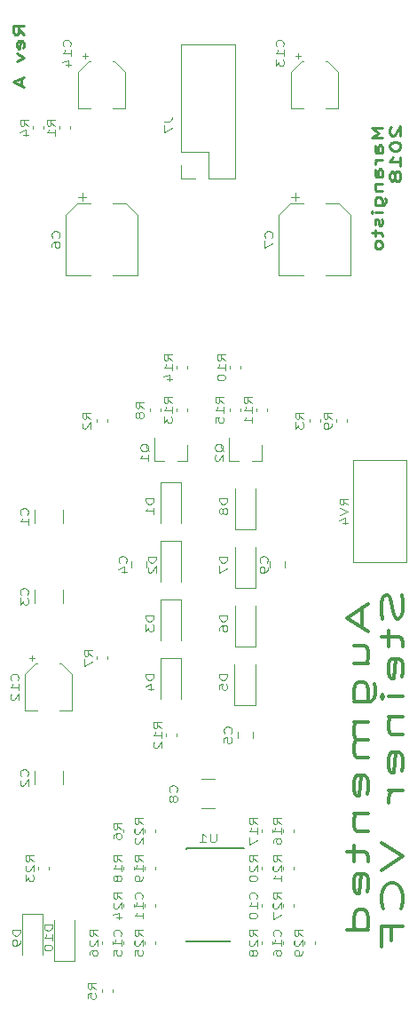
<source format=gbr>
G04 #@! TF.GenerationSoftware,KiCad,Pcbnew,(5.0.1-3-g963ef8bb5)*
G04 #@! TF.CreationDate,2018-11-04T18:34:46+08:00*
G04 #@! TF.ProjectId,SteinerVCF,537465696E65725643462E6B69636164,rev?*
G04 #@! TF.SameCoordinates,PX8d9ee20PY6422c40*
G04 #@! TF.FileFunction,Legend,Bot*
G04 #@! TF.FilePolarity,Positive*
%FSLAX46Y46*%
G04 Gerber Fmt 4.6, Leading zero omitted, Abs format (unit mm)*
G04 Created by KiCad (PCBNEW (5.0.1-3-g963ef8bb5)) date 2018 November 04, Sunday 18:34:46*
%MOMM*%
%LPD*%
G01*
G04 APERTURE LIST*
%ADD10C,0.250000*%
%ADD11C,0.300000*%
%ADD12C,0.120000*%
%ADD13C,0.150000*%
%ADD14C,0.125000*%
G04 APERTURE END LIST*
D10*
X16595380Y36564358D02*
X15595380Y36564358D01*
X16309666Y36064358D01*
X15595380Y35564358D01*
X16595380Y35564358D01*
X16595380Y34207215D02*
X16071571Y34207215D01*
X15976333Y34278643D01*
X15928714Y34421500D01*
X15928714Y34707215D01*
X15976333Y34850072D01*
X16547761Y34207215D02*
X16595380Y34350072D01*
X16595380Y34707215D01*
X16547761Y34850072D01*
X16452523Y34921500D01*
X16357285Y34921500D01*
X16262047Y34850072D01*
X16214428Y34707215D01*
X16214428Y34350072D01*
X16166809Y34207215D01*
X16595380Y33492929D02*
X15928714Y33492929D01*
X16119190Y33492929D02*
X16023952Y33421500D01*
X15976333Y33350072D01*
X15928714Y33207215D01*
X15928714Y33064358D01*
X16595380Y31921500D02*
X16071571Y31921500D01*
X15976333Y31992929D01*
X15928714Y32135786D01*
X15928714Y32421500D01*
X15976333Y32564358D01*
X16547761Y31921500D02*
X16595380Y32064358D01*
X16595380Y32421500D01*
X16547761Y32564358D01*
X16452523Y32635786D01*
X16357285Y32635786D01*
X16262047Y32564358D01*
X16214428Y32421500D01*
X16214428Y32064358D01*
X16166809Y31921500D01*
X15928714Y31207215D02*
X16595380Y31207215D01*
X16023952Y31207215D02*
X15976333Y31135786D01*
X15928714Y30992929D01*
X15928714Y30778643D01*
X15976333Y30635786D01*
X16071571Y30564358D01*
X16595380Y30564358D01*
X15928714Y29207215D02*
X16738238Y29207215D01*
X16833476Y29278643D01*
X16881095Y29350072D01*
X16928714Y29492929D01*
X16928714Y29707215D01*
X16881095Y29850072D01*
X16547761Y29207215D02*
X16595380Y29350072D01*
X16595380Y29635786D01*
X16547761Y29778643D01*
X16500142Y29850072D01*
X16404904Y29921500D01*
X16119190Y29921500D01*
X16023952Y29850072D01*
X15976333Y29778643D01*
X15928714Y29635786D01*
X15928714Y29350072D01*
X15976333Y29207215D01*
X16595380Y28492929D02*
X15928714Y28492929D01*
X15595380Y28492929D02*
X15643000Y28564358D01*
X15690619Y28492929D01*
X15643000Y28421500D01*
X15595380Y28492929D01*
X15690619Y28492929D01*
X16547761Y27850072D02*
X16595380Y27707215D01*
X16595380Y27421500D01*
X16547761Y27278643D01*
X16452523Y27207215D01*
X16404904Y27207215D01*
X16309666Y27278643D01*
X16262047Y27421500D01*
X16262047Y27635786D01*
X16214428Y27778643D01*
X16119190Y27850072D01*
X16071571Y27850072D01*
X15976333Y27778643D01*
X15928714Y27635786D01*
X15928714Y27421500D01*
X15976333Y27278643D01*
X15928714Y26778643D02*
X15928714Y26207215D01*
X15595380Y26564358D02*
X16452523Y26564358D01*
X16547761Y26492929D01*
X16595380Y26350072D01*
X16595380Y26207215D01*
X16595380Y25492929D02*
X16547761Y25635786D01*
X16500142Y25707215D01*
X16404904Y25778643D01*
X16119190Y25778643D01*
X16023952Y25707215D01*
X15976333Y25635786D01*
X15928714Y25492929D01*
X15928714Y25278643D01*
X15976333Y25135786D01*
X16023952Y25064358D01*
X16119190Y24992929D01*
X16404904Y24992929D01*
X16500142Y25064358D01*
X16547761Y25135786D01*
X16595380Y25278643D01*
X16595380Y25492929D01*
X17440619Y36635786D02*
X17393000Y36564358D01*
X17345380Y36421500D01*
X17345380Y36064358D01*
X17393000Y35921500D01*
X17440619Y35850072D01*
X17535857Y35778643D01*
X17631095Y35778643D01*
X17773952Y35850072D01*
X18345380Y36707215D01*
X18345380Y35778643D01*
X17345380Y34850072D02*
X17345380Y34707215D01*
X17393000Y34564358D01*
X17440619Y34492929D01*
X17535857Y34421500D01*
X17726333Y34350072D01*
X17964428Y34350072D01*
X18154904Y34421500D01*
X18250142Y34492929D01*
X18297761Y34564358D01*
X18345380Y34707215D01*
X18345380Y34850072D01*
X18297761Y34992929D01*
X18250142Y35064358D01*
X18154904Y35135786D01*
X17964428Y35207215D01*
X17726333Y35207215D01*
X17535857Y35135786D01*
X17440619Y35064358D01*
X17393000Y34992929D01*
X17345380Y34850072D01*
X18345380Y32921500D02*
X18345380Y33778643D01*
X18345380Y33350072D02*
X17345380Y33350072D01*
X17488238Y33492929D01*
X17583476Y33635786D01*
X17631095Y33778643D01*
X17773952Y32064358D02*
X17726333Y32207215D01*
X17678714Y32278643D01*
X17583476Y32350072D01*
X17535857Y32350072D01*
X17440619Y32278643D01*
X17393000Y32207215D01*
X17345380Y32064358D01*
X17345380Y31778643D01*
X17393000Y31635786D01*
X17440619Y31564358D01*
X17535857Y31492929D01*
X17583476Y31492929D01*
X17678714Y31564358D01*
X17726333Y31635786D01*
X17773952Y31778643D01*
X17773952Y32064358D01*
X17821571Y32207215D01*
X17869190Y32278643D01*
X17964428Y32350072D01*
X18154904Y32350072D01*
X18250142Y32278643D01*
X18297761Y32207215D01*
X18345380Y32064358D01*
X18345380Y31778643D01*
X18297761Y31635786D01*
X18250142Y31564358D01*
X18154904Y31492929D01*
X17964428Y31492929D01*
X17869190Y31564358D01*
X17821571Y31635786D01*
X17773952Y31778643D01*
X-17581620Y45398286D02*
X-18057810Y45898286D01*
X-17581620Y46255429D02*
X-18581620Y46255429D01*
X-18581620Y45684000D01*
X-18534000Y45541143D01*
X-18486381Y45469715D01*
X-18391143Y45398286D01*
X-18248286Y45398286D01*
X-18153048Y45469715D01*
X-18105429Y45541143D01*
X-18057810Y45684000D01*
X-18057810Y46255429D01*
X-17629239Y44184000D02*
X-17581620Y44326858D01*
X-17581620Y44612572D01*
X-17629239Y44755429D01*
X-17724477Y44826858D01*
X-18105429Y44826858D01*
X-18200667Y44755429D01*
X-18248286Y44612572D01*
X-18248286Y44326858D01*
X-18200667Y44184000D01*
X-18105429Y44112572D01*
X-18010191Y44112572D01*
X-17914953Y44826858D01*
X-18248286Y43612572D02*
X-17581620Y43255429D01*
X-18248286Y42898286D01*
X-17867334Y41255429D02*
X-17867334Y40541143D01*
X-17581620Y41398286D02*
X-18581620Y40898286D01*
X-17581620Y40398286D01*
D11*
X14685333Y-9209428D02*
X14685333Y-11114190D01*
X15256761Y-8828476D02*
X13256761Y-10161809D01*
X15256761Y-11495142D01*
X13923428Y-14542761D02*
X15256761Y-14542761D01*
X13923428Y-12828476D02*
X14971047Y-12828476D01*
X15161523Y-13018952D01*
X15256761Y-13399904D01*
X15256761Y-13971333D01*
X15161523Y-14352285D01*
X15066285Y-14542761D01*
X13923428Y-18161809D02*
X15542476Y-18161809D01*
X15732952Y-17971333D01*
X15828190Y-17780857D01*
X15923428Y-17399904D01*
X15923428Y-16828476D01*
X15828190Y-16447523D01*
X15161523Y-18161809D02*
X15256761Y-17780857D01*
X15256761Y-17018952D01*
X15161523Y-16638000D01*
X15066285Y-16447523D01*
X14875809Y-16257047D01*
X14304380Y-16257047D01*
X14113904Y-16447523D01*
X14018666Y-16638000D01*
X13923428Y-17018952D01*
X13923428Y-17780857D01*
X14018666Y-18161809D01*
X15256761Y-20066571D02*
X13923428Y-20066571D01*
X14113904Y-20066571D02*
X14018666Y-20257047D01*
X13923428Y-20638000D01*
X13923428Y-21209428D01*
X14018666Y-21590380D01*
X14209142Y-21780857D01*
X15256761Y-21780857D01*
X14209142Y-21780857D02*
X14018666Y-21971333D01*
X13923428Y-22352285D01*
X13923428Y-22923714D01*
X14018666Y-23304666D01*
X14209142Y-23495142D01*
X15256761Y-23495142D01*
X15161523Y-26923714D02*
X15256761Y-26542761D01*
X15256761Y-25780857D01*
X15161523Y-25399904D01*
X14971047Y-25209428D01*
X14209142Y-25209428D01*
X14018666Y-25399904D01*
X13923428Y-25780857D01*
X13923428Y-26542761D01*
X14018666Y-26923714D01*
X14209142Y-27114190D01*
X14399619Y-27114190D01*
X14590095Y-25209428D01*
X13923428Y-28828476D02*
X15256761Y-28828476D01*
X14113904Y-28828476D02*
X14018666Y-29018952D01*
X13923428Y-29399904D01*
X13923428Y-29971333D01*
X14018666Y-30352285D01*
X14209142Y-30542761D01*
X15256761Y-30542761D01*
X13923428Y-31876095D02*
X13923428Y-33399904D01*
X13256761Y-32447523D02*
X14971047Y-32447523D01*
X15161523Y-32638000D01*
X15256761Y-33018952D01*
X15256761Y-33399904D01*
X15161523Y-36257047D02*
X15256761Y-35876095D01*
X15256761Y-35114190D01*
X15161523Y-34733238D01*
X14971047Y-34542761D01*
X14209142Y-34542761D01*
X14018666Y-34733238D01*
X13923428Y-35114190D01*
X13923428Y-35876095D01*
X14018666Y-36257047D01*
X14209142Y-36447523D01*
X14399619Y-36447523D01*
X14590095Y-34542761D01*
X15256761Y-39876095D02*
X13256761Y-39876095D01*
X15161523Y-39876095D02*
X15256761Y-39495142D01*
X15256761Y-38733238D01*
X15161523Y-38352285D01*
X15066285Y-38161809D01*
X14875809Y-37971333D01*
X14304380Y-37971333D01*
X14113904Y-38161809D01*
X14018666Y-38352285D01*
X13923428Y-38733238D01*
X13923428Y-39495142D01*
X14018666Y-39876095D01*
X18461523Y-7971333D02*
X18556761Y-8542761D01*
X18556761Y-9495142D01*
X18461523Y-9876095D01*
X18366285Y-10066571D01*
X18175809Y-10257047D01*
X17985333Y-10257047D01*
X17794857Y-10066571D01*
X17699619Y-9876095D01*
X17604380Y-9495142D01*
X17509142Y-8733238D01*
X17413904Y-8352285D01*
X17318666Y-8161809D01*
X17128190Y-7971333D01*
X16937714Y-7971333D01*
X16747238Y-8161809D01*
X16652000Y-8352285D01*
X16556761Y-8733238D01*
X16556761Y-9685619D01*
X16652000Y-10257047D01*
X17223428Y-11399904D02*
X17223428Y-12923714D01*
X16556761Y-11971333D02*
X18271047Y-11971333D01*
X18461523Y-12161809D01*
X18556761Y-12542761D01*
X18556761Y-12923714D01*
X18461523Y-15780857D02*
X18556761Y-15399904D01*
X18556761Y-14638000D01*
X18461523Y-14257047D01*
X18271047Y-14066571D01*
X17509142Y-14066571D01*
X17318666Y-14257047D01*
X17223428Y-14638000D01*
X17223428Y-15399904D01*
X17318666Y-15780857D01*
X17509142Y-15971333D01*
X17699619Y-15971333D01*
X17890095Y-14066571D01*
X18556761Y-17685619D02*
X17223428Y-17685619D01*
X16556761Y-17685619D02*
X16652000Y-17495142D01*
X16747238Y-17685619D01*
X16652000Y-17876095D01*
X16556761Y-17685619D01*
X16747238Y-17685619D01*
X17223428Y-19590380D02*
X18556761Y-19590380D01*
X17413904Y-19590380D02*
X17318666Y-19780857D01*
X17223428Y-20161809D01*
X17223428Y-20733238D01*
X17318666Y-21114190D01*
X17509142Y-21304666D01*
X18556761Y-21304666D01*
X18461523Y-24733238D02*
X18556761Y-24352285D01*
X18556761Y-23590380D01*
X18461523Y-23209428D01*
X18271047Y-23018952D01*
X17509142Y-23018952D01*
X17318666Y-23209428D01*
X17223428Y-23590380D01*
X17223428Y-24352285D01*
X17318666Y-24733238D01*
X17509142Y-24923714D01*
X17699619Y-24923714D01*
X17890095Y-23018952D01*
X18556761Y-26638000D02*
X17223428Y-26638000D01*
X17604380Y-26638000D02*
X17413904Y-26828476D01*
X17318666Y-27018952D01*
X17223428Y-27399904D01*
X17223428Y-27780857D01*
X16556761Y-31590380D02*
X18556761Y-32923714D01*
X16556761Y-34257047D01*
X18366285Y-37876095D02*
X18461523Y-37685619D01*
X18556761Y-37114190D01*
X18556761Y-36733238D01*
X18461523Y-36161809D01*
X18271047Y-35780857D01*
X18080571Y-35590380D01*
X17699619Y-35399904D01*
X17413904Y-35399904D01*
X17032952Y-35590380D01*
X16842476Y-35780857D01*
X16652000Y-36161809D01*
X16556761Y-36733238D01*
X16556761Y-37114190D01*
X16652000Y-37685619D01*
X16747238Y-37876095D01*
X17509142Y-40923714D02*
X17509142Y-39590380D01*
X18556761Y-39590380D02*
X16556761Y-39590380D01*
X16556761Y-41495142D01*
D12*
G04 #@! TO.C,C12*
X-12980000Y-19024000D02*
X-14180000Y-19024000D01*
X-17500000Y-19024000D02*
X-16300000Y-19024000D01*
X-17500000Y-15568437D02*
X-17500000Y-19024000D01*
X-12980000Y-15568437D02*
X-12980000Y-19024000D01*
X-14044437Y-14504000D02*
X-14180000Y-14504000D01*
X-16435563Y-14504000D02*
X-16300000Y-14504000D01*
X-16435563Y-14504000D02*
X-17500000Y-15568437D01*
X-14044437Y-14504000D02*
X-12980000Y-15568437D01*
X-16800000Y-13764000D02*
X-16800000Y-14264000D01*
X-17050000Y-14014000D02*
X-16550000Y-14014000D01*
G04 #@! TO.C,C14*
X-11970000Y43390000D02*
X-11470000Y43390000D01*
X-11720000Y43640000D02*
X-11720000Y43140000D01*
X-8964437Y42900000D02*
X-7900000Y41835563D01*
X-11355563Y42900000D02*
X-12420000Y41835563D01*
X-11355563Y42900000D02*
X-11220000Y42900000D01*
X-8964437Y42900000D02*
X-9100000Y42900000D01*
X-7900000Y41835563D02*
X-7900000Y38380000D01*
X-12420000Y41835563D02*
X-12420000Y38380000D01*
X-12420000Y38380000D02*
X-11220000Y38380000D01*
X-7900000Y38380000D02*
X-9100000Y38380000D01*
G04 #@! TO.C,C13*
X12420000Y38380000D02*
X11220000Y38380000D01*
X7900000Y38380000D02*
X9100000Y38380000D01*
X7900000Y41835563D02*
X7900000Y38380000D01*
X12420000Y41835563D02*
X12420000Y38380000D01*
X11355563Y42900000D02*
X11220000Y42900000D01*
X8964437Y42900000D02*
X9100000Y42900000D01*
X8964437Y42900000D02*
X7900000Y41835563D01*
X11355563Y42900000D02*
X12420000Y41835563D01*
X8600000Y43640000D02*
X8600000Y43140000D01*
X8350000Y43390000D02*
X8850000Y43390000D01*
G04 #@! TO.C,C6*
X-12401250Y29951750D02*
X-11613750Y29951750D01*
X-12007500Y30345500D02*
X-12007500Y29558000D01*
X-7814437Y29318000D02*
X-6750000Y28253563D01*
X-12505563Y29318000D02*
X-13570000Y28253563D01*
X-12505563Y29318000D02*
X-11220000Y29318000D01*
X-7814437Y29318000D02*
X-9100000Y29318000D01*
X-6750000Y28253563D02*
X-6750000Y22498000D01*
X-13570000Y28253563D02*
X-13570000Y22498000D01*
X-13570000Y22498000D02*
X-11220000Y22498000D01*
X-6750000Y22498000D02*
X-9100000Y22498000D01*
G04 #@! TO.C,C7*
X13570000Y22498000D02*
X11220000Y22498000D01*
X6750000Y22498000D02*
X9100000Y22498000D01*
X6750000Y28253563D02*
X6750000Y22498000D01*
X13570000Y28253563D02*
X13570000Y22498000D01*
X12505563Y29318000D02*
X11220000Y29318000D01*
X7814437Y29318000D02*
X9100000Y29318000D01*
X7814437Y29318000D02*
X6750000Y28253563D01*
X12505563Y29318000D02*
X13570000Y28253563D01*
X8312500Y30345500D02*
X8312500Y29558000D01*
X7918750Y29951750D02*
X8706250Y29951750D01*
G04 #@! TO.C,C16*
X7110000Y-41310779D02*
X7110000Y-40985221D01*
X8130000Y-41310779D02*
X8130000Y-40985221D01*
G04 #@! TO.C,C15*
X-7110000Y-41310779D02*
X-7110000Y-40985221D01*
X-8130000Y-41310779D02*
X-8130000Y-40985221D01*
G04 #@! TO.C,C10*
X5078000Y-37754779D02*
X5078000Y-37429221D01*
X6098000Y-37754779D02*
X6098000Y-37429221D01*
G04 #@! TO.C,C11*
X-6098000Y-37429221D02*
X-6098000Y-37754779D01*
X-5078000Y-37429221D02*
X-5078000Y-37754779D01*
G04 #@! TO.C,C4*
X-5894000Y-5338578D02*
X-5894000Y-4821422D01*
X-7314000Y-5338578D02*
X-7314000Y-4821422D01*
G04 #@! TO.C,C5*
X4266000Y-21077422D02*
X4266000Y-21594578D01*
X2846000Y-21077422D02*
X2846000Y-21594578D01*
G04 #@! TO.C,C9*
X7314000Y-5338578D02*
X7314000Y-4821422D01*
X5894000Y-5338578D02*
X5894000Y-4821422D01*
G04 #@! TO.C,C2*
X-13880000Y-24797936D02*
X-13880000Y-26002064D01*
X-16600000Y-24797936D02*
X-16600000Y-26002064D01*
G04 #@! TO.C,C3*
X-13880000Y-8730064D02*
X-13880000Y-7525936D01*
X-16600000Y-8730064D02*
X-16600000Y-7525936D01*
G04 #@! TO.C,C8*
X-602064Y-25564000D02*
X602064Y-25564000D01*
X-602064Y-28284000D02*
X602064Y-28284000D01*
G04 #@! TO.C,C1*
X-16600000Y94064D02*
X-16600000Y-1110064D01*
X-13880000Y94064D02*
X-13880000Y-1110064D01*
G04 #@! TO.C,J7*
X-2600000Y44510000D02*
X2600000Y44510000D01*
X-2600000Y34290000D02*
X-2600000Y44510000D01*
X2600000Y31690000D02*
X2600000Y44510000D01*
X-2600000Y34290000D02*
X0Y34290000D01*
X0Y34290000D02*
X0Y31690000D01*
X0Y31690000D02*
X2600000Y31690000D01*
X-2600000Y33020000D02*
X-2600000Y31690000D01*
X-2600000Y31690000D02*
X-1270000Y31690000D01*
G04 #@! TO.C,D1*
X-4556000Y2758000D02*
X-4556000Y-1142000D01*
X-2556000Y2758000D02*
X-2556000Y-1142000D01*
X-4556000Y2758000D02*
X-2556000Y2758000D01*
G04 #@! TO.C,D2*
X-4556000Y-2830000D02*
X-2556000Y-2830000D01*
X-2556000Y-2830000D02*
X-2556000Y-6730000D01*
X-4556000Y-2830000D02*
X-4556000Y-6730000D01*
G04 #@! TO.C,D3*
X-4556000Y-8418000D02*
X-4556000Y-12318000D01*
X-2556000Y-8418000D02*
X-2556000Y-12318000D01*
X-4556000Y-8418000D02*
X-2556000Y-8418000D01*
G04 #@! TO.C,D4*
X-4556000Y-14006000D02*
X-2556000Y-14006000D01*
X-2556000Y-14006000D02*
X-2556000Y-17906000D01*
X-4556000Y-14006000D02*
X-4556000Y-17906000D01*
G04 #@! TO.C,D5*
X4525683Y-18506000D02*
X4525683Y-14606000D01*
X2525683Y-18506000D02*
X2525683Y-14606000D01*
X4525683Y-18506000D02*
X2525683Y-18506000D01*
G04 #@! TO.C,D6*
X4556000Y-12918000D02*
X2556000Y-12918000D01*
X2556000Y-12918000D02*
X2556000Y-9018000D01*
X4556000Y-12918000D02*
X4556000Y-9018000D01*
G04 #@! TO.C,D7*
X4556000Y-7330000D02*
X4556000Y-3430000D01*
X2556000Y-7330000D02*
X2556000Y-3430000D01*
X4556000Y-7330000D02*
X2556000Y-7330000D01*
G04 #@! TO.C,D8*
X4556000Y-1742000D02*
X2556000Y-1742000D01*
X2556000Y-1742000D02*
X2556000Y2158000D01*
X4556000Y-1742000D02*
X4556000Y2158000D01*
G04 #@! TO.C,D9*
X-17764000Y-38390000D02*
X-17764000Y-42290000D01*
X-15764000Y-38390000D02*
X-15764000Y-42290000D01*
X-17764000Y-38390000D02*
X-15764000Y-38390000D01*
G04 #@! TO.C,D10*
X-12716000Y-42890000D02*
X-14716000Y-42890000D01*
X-14716000Y-42890000D02*
X-14716000Y-38990000D01*
X-12716000Y-42890000D02*
X-12716000Y-38990000D01*
D13*
G04 #@! TO.C,U1*
X2075000Y-32126000D02*
X2075000Y-32151000D01*
X-2075000Y-32126000D02*
X-2075000Y-32241000D01*
X-2075000Y-41026000D02*
X-2075000Y-40911000D01*
X2075000Y-41026000D02*
X2075000Y-40911000D01*
X2075000Y-32126000D02*
X-2075000Y-32126000D01*
X2075000Y-41026000D02*
X-2075000Y-41026000D01*
X2075000Y-32151000D02*
X3450000Y-32151000D01*
D12*
G04 #@! TO.C,Q1*
X-1976000Y4828000D02*
X-1976000Y6288000D01*
X-5136000Y4828000D02*
X-5136000Y6988000D01*
X-5136000Y4828000D02*
X-4206000Y4828000D01*
X-1976000Y4828000D02*
X-2906000Y4828000D01*
G04 #@! TO.C,Q2*
X5136000Y4828000D02*
X4206000Y4828000D01*
X1976000Y4828000D02*
X2906000Y4828000D01*
X1976000Y4828000D02*
X1976000Y6988000D01*
X5136000Y4828000D02*
X5136000Y6288000D01*
G04 #@! TO.C,RV4*
X18913000Y-4885000D02*
X18913000Y4885000D01*
X13843000Y-4885000D02*
X13843000Y4885000D01*
X18913000Y-4885000D02*
X13843000Y-4885000D01*
X18913000Y4885000D02*
X13843000Y4885000D01*
G04 #@! TO.C,R2*
X-10670000Y8798779D02*
X-10670000Y8473221D01*
X-9650000Y8798779D02*
X-9650000Y8473221D01*
G04 #@! TO.C,R3*
X10670000Y8798779D02*
X10670000Y8473221D01*
X9650000Y8798779D02*
X9650000Y8473221D01*
G04 #@! TO.C,R4*
X-15746000Y36413221D02*
X-15746000Y36738779D01*
X-16766000Y36413221D02*
X-16766000Y36738779D01*
G04 #@! TO.C,R5*
X-9142000Y-45557221D02*
X-9142000Y-45882779D01*
X-10162000Y-45557221D02*
X-10162000Y-45882779D01*
G04 #@! TO.C,R6*
X-7110000Y-30642779D02*
X-7110000Y-30317221D01*
X-8130000Y-30642779D02*
X-8130000Y-30317221D01*
G04 #@! TO.C,R7*
X-10670000Y-14132779D02*
X-10670000Y-13807221D01*
X-9650000Y-14132779D02*
X-9650000Y-13807221D01*
G04 #@! TO.C,R8*
X-5590000Y9814779D02*
X-5590000Y9489221D01*
X-4570000Y9814779D02*
X-4570000Y9489221D01*
G04 #@! TO.C,R9*
X13210000Y8798779D02*
X13210000Y8473221D01*
X12190000Y8798779D02*
X12190000Y8473221D01*
G04 #@! TO.C,R10*
X3050000Y13553221D02*
X3050000Y13878779D01*
X2030000Y13553221D02*
X2030000Y13878779D01*
G04 #@! TO.C,R11*
X4570000Y9489221D02*
X4570000Y9814779D01*
X5590000Y9489221D02*
X5590000Y9814779D01*
G04 #@! TO.C,R12*
X-3046000Y-21498779D02*
X-3046000Y-21173221D01*
X-4066000Y-21498779D02*
X-4066000Y-21173221D01*
G04 #@! TO.C,R13*
X-3050000Y9489221D02*
X-3050000Y9814779D01*
X-2030000Y9489221D02*
X-2030000Y9814779D01*
G04 #@! TO.C,R14*
X-2030000Y13553221D02*
X-2030000Y13878779D01*
X-3050000Y13553221D02*
X-3050000Y13878779D01*
G04 #@! TO.C,R1*
X-14226000Y36413221D02*
X-14226000Y36738779D01*
X-13206000Y36413221D02*
X-13206000Y36738779D01*
G04 #@! TO.C,R16*
X7110000Y-30317221D02*
X7110000Y-30642779D01*
X8130000Y-30317221D02*
X8130000Y-30642779D01*
G04 #@! TO.C,R17*
X5078000Y-30642779D02*
X5078000Y-30317221D01*
X6098000Y-30642779D02*
X6098000Y-30317221D01*
G04 #@! TO.C,R18*
X-7110000Y-34198779D02*
X-7110000Y-33873221D01*
X-8130000Y-34198779D02*
X-8130000Y-33873221D01*
G04 #@! TO.C,R19*
X-5078000Y-33873221D02*
X-5078000Y-34198779D01*
X-6098000Y-33873221D02*
X-6098000Y-34198779D01*
G04 #@! TO.C,R20*
X6098000Y-34198779D02*
X6098000Y-33873221D01*
X5078000Y-34198779D02*
X5078000Y-33873221D01*
G04 #@! TO.C,R21*
X8130000Y-33873221D02*
X8130000Y-34198779D01*
X7110000Y-33873221D02*
X7110000Y-34198779D01*
G04 #@! TO.C,R22*
X-6098000Y-30317221D02*
X-6098000Y-30642779D01*
X-5078000Y-30317221D02*
X-5078000Y-30642779D01*
G04 #@! TO.C,R23*
X-16258000Y-34198779D02*
X-16258000Y-33873221D01*
X-15238000Y-34198779D02*
X-15238000Y-33873221D01*
G04 #@! TO.C,R24*
X-7110000Y-37754779D02*
X-7110000Y-37429221D01*
X-8130000Y-37754779D02*
X-8130000Y-37429221D01*
G04 #@! TO.C,R25*
X-5078000Y-41310779D02*
X-5078000Y-40985221D01*
X-6098000Y-41310779D02*
X-6098000Y-40985221D01*
G04 #@! TO.C,R26*
X-9142000Y-41310779D02*
X-9142000Y-40985221D01*
X-10162000Y-41310779D02*
X-10162000Y-40985221D01*
G04 #@! TO.C,R27*
X7110000Y-37754779D02*
X7110000Y-37429221D01*
X8130000Y-37754779D02*
X8130000Y-37429221D01*
G04 #@! TO.C,R28*
X6098000Y-41310779D02*
X6098000Y-40985221D01*
X5078000Y-41310779D02*
X5078000Y-40985221D01*
G04 #@! TO.C,R29*
X9142000Y-41310779D02*
X9142000Y-40985221D01*
X10162000Y-41310779D02*
X10162000Y-40985221D01*
G04 #@! TO.C,R15*
X2030000Y9814779D02*
X2030000Y9489221D01*
X3050000Y9814779D02*
X3050000Y9489221D01*
G04 #@! TO.C,C12*
D14*
X-18172143Y-16121142D02*
X-18136429Y-16073523D01*
X-18100715Y-15930666D01*
X-18100715Y-15835428D01*
X-18136429Y-15692571D01*
X-18207858Y-15597333D01*
X-18279286Y-15549714D01*
X-18422143Y-15502095D01*
X-18529286Y-15502095D01*
X-18672143Y-15549714D01*
X-18743572Y-15597333D01*
X-18815000Y-15692571D01*
X-18850715Y-15835428D01*
X-18850715Y-15930666D01*
X-18815000Y-16073523D01*
X-18779286Y-16121142D01*
X-18100715Y-17073523D02*
X-18100715Y-16502095D01*
X-18100715Y-16787809D02*
X-18850715Y-16787809D01*
X-18743572Y-16692571D01*
X-18672143Y-16597333D01*
X-18636429Y-16502095D01*
X-18779286Y-17454476D02*
X-18815000Y-17502095D01*
X-18850715Y-17597333D01*
X-18850715Y-17835428D01*
X-18815000Y-17930666D01*
X-18779286Y-17978285D01*
X-18707858Y-18025904D01*
X-18636429Y-18025904D01*
X-18529286Y-17978285D01*
X-18100715Y-17406857D01*
X-18100715Y-18025904D01*
G04 #@! TO.C,C14*
X-13194143Y44330858D02*
X-13158429Y44378477D01*
X-13122715Y44521334D01*
X-13122715Y44616572D01*
X-13158429Y44759429D01*
X-13229858Y44854667D01*
X-13301286Y44902286D01*
X-13444143Y44949905D01*
X-13551286Y44949905D01*
X-13694143Y44902286D01*
X-13765572Y44854667D01*
X-13837000Y44759429D01*
X-13872715Y44616572D01*
X-13872715Y44521334D01*
X-13837000Y44378477D01*
X-13801286Y44330858D01*
X-13122715Y43378477D02*
X-13122715Y43949905D01*
X-13122715Y43664191D02*
X-13872715Y43664191D01*
X-13765572Y43759429D01*
X-13694143Y43854667D01*
X-13658429Y43949905D01*
X-13622715Y42521334D02*
X-13122715Y42521334D01*
X-13908429Y42759429D02*
X-13372715Y42997524D01*
X-13372715Y42378477D01*
G04 #@! TO.C,C13*
X7125857Y44330858D02*
X7161571Y44378477D01*
X7197285Y44521334D01*
X7197285Y44616572D01*
X7161571Y44759429D01*
X7090142Y44854667D01*
X7018714Y44902286D01*
X6875857Y44949905D01*
X6768714Y44949905D01*
X6625857Y44902286D01*
X6554428Y44854667D01*
X6483000Y44759429D01*
X6447285Y44616572D01*
X6447285Y44521334D01*
X6483000Y44378477D01*
X6518714Y44330858D01*
X7197285Y43378477D02*
X7197285Y43949905D01*
X7197285Y43664191D02*
X6447285Y43664191D01*
X6554428Y43759429D01*
X6625857Y43854667D01*
X6661571Y43949905D01*
X6447285Y43045143D02*
X6447285Y42426096D01*
X6733000Y42759429D01*
X6733000Y42616572D01*
X6768714Y42521334D01*
X6804428Y42473715D01*
X6875857Y42426096D01*
X7054428Y42426096D01*
X7125857Y42473715D01*
X7161571Y42521334D01*
X7197285Y42616572D01*
X7197285Y42902286D01*
X7161571Y42997524D01*
X7125857Y43045143D01*
G04 #@! TO.C,C6*
X-14242143Y26074667D02*
X-14206429Y26122286D01*
X-14170715Y26265143D01*
X-14170715Y26360381D01*
X-14206429Y26503239D01*
X-14277858Y26598477D01*
X-14349286Y26646096D01*
X-14492143Y26693715D01*
X-14599286Y26693715D01*
X-14742143Y26646096D01*
X-14813572Y26598477D01*
X-14885000Y26503239D01*
X-14920715Y26360381D01*
X-14920715Y26265143D01*
X-14885000Y26122286D01*
X-14849286Y26074667D01*
X-14920715Y25217524D02*
X-14920715Y25408000D01*
X-14885000Y25503239D01*
X-14849286Y25550858D01*
X-14742143Y25646096D01*
X-14599286Y25693715D01*
X-14313572Y25693715D01*
X-14242143Y25646096D01*
X-14206429Y25598477D01*
X-14170715Y25503239D01*
X-14170715Y25312762D01*
X-14206429Y25217524D01*
X-14242143Y25169905D01*
X-14313572Y25122286D01*
X-14492143Y25122286D01*
X-14563572Y25169905D01*
X-14599286Y25217524D01*
X-14635000Y25312762D01*
X-14635000Y25503239D01*
X-14599286Y25598477D01*
X-14563572Y25646096D01*
X-14492143Y25693715D01*
G04 #@! TO.C,C7*
X6077857Y26074667D02*
X6113571Y26122286D01*
X6149285Y26265143D01*
X6149285Y26360381D01*
X6113571Y26503239D01*
X6042142Y26598477D01*
X5970714Y26646096D01*
X5827857Y26693715D01*
X5720714Y26693715D01*
X5577857Y26646096D01*
X5506428Y26598477D01*
X5435000Y26503239D01*
X5399285Y26360381D01*
X5399285Y26265143D01*
X5435000Y26122286D01*
X5470714Y26074667D01*
X5399285Y25741334D02*
X5399285Y25074667D01*
X6149285Y25503239D01*
G04 #@! TO.C,C16*
X6871857Y-40505142D02*
X6907571Y-40457523D01*
X6943285Y-40314666D01*
X6943285Y-40219428D01*
X6907571Y-40076571D01*
X6836142Y-39981333D01*
X6764714Y-39933714D01*
X6621857Y-39886095D01*
X6514714Y-39886095D01*
X6371857Y-39933714D01*
X6300428Y-39981333D01*
X6229000Y-40076571D01*
X6193285Y-40219428D01*
X6193285Y-40314666D01*
X6229000Y-40457523D01*
X6264714Y-40505142D01*
X6943285Y-41457523D02*
X6943285Y-40886095D01*
X6943285Y-41171809D02*
X6193285Y-41171809D01*
X6300428Y-41076571D01*
X6371857Y-40981333D01*
X6407571Y-40886095D01*
X6193285Y-42314666D02*
X6193285Y-42124190D01*
X6229000Y-42028952D01*
X6264714Y-41981333D01*
X6371857Y-41886095D01*
X6514714Y-41838476D01*
X6800428Y-41838476D01*
X6871857Y-41886095D01*
X6907571Y-41933714D01*
X6943285Y-42028952D01*
X6943285Y-42219428D01*
X6907571Y-42314666D01*
X6871857Y-42362285D01*
X6800428Y-42409904D01*
X6621857Y-42409904D01*
X6550428Y-42362285D01*
X6514714Y-42314666D01*
X6479000Y-42219428D01*
X6479000Y-42028952D01*
X6514714Y-41933714D01*
X6550428Y-41886095D01*
X6621857Y-41838476D01*
G04 #@! TO.C,C15*
X-8368143Y-40505142D02*
X-8332429Y-40457523D01*
X-8296715Y-40314666D01*
X-8296715Y-40219428D01*
X-8332429Y-40076571D01*
X-8403858Y-39981333D01*
X-8475286Y-39933714D01*
X-8618143Y-39886095D01*
X-8725286Y-39886095D01*
X-8868143Y-39933714D01*
X-8939572Y-39981333D01*
X-9011000Y-40076571D01*
X-9046715Y-40219428D01*
X-9046715Y-40314666D01*
X-9011000Y-40457523D01*
X-8975286Y-40505142D01*
X-8296715Y-41457523D02*
X-8296715Y-40886095D01*
X-8296715Y-41171809D02*
X-9046715Y-41171809D01*
X-8939572Y-41076571D01*
X-8868143Y-40981333D01*
X-8832429Y-40886095D01*
X-9046715Y-42362285D02*
X-9046715Y-41886095D01*
X-8689572Y-41838476D01*
X-8725286Y-41886095D01*
X-8761000Y-41981333D01*
X-8761000Y-42219428D01*
X-8725286Y-42314666D01*
X-8689572Y-42362285D01*
X-8618143Y-42409904D01*
X-8439572Y-42409904D01*
X-8368143Y-42362285D01*
X-8332429Y-42314666D01*
X-8296715Y-42219428D01*
X-8296715Y-41981333D01*
X-8332429Y-41886095D01*
X-8368143Y-41838476D01*
G04 #@! TO.C,C10*
X4585857Y-36949142D02*
X4621571Y-36901523D01*
X4657285Y-36758666D01*
X4657285Y-36663428D01*
X4621571Y-36520571D01*
X4550142Y-36425333D01*
X4478714Y-36377714D01*
X4335857Y-36330095D01*
X4228714Y-36330095D01*
X4085857Y-36377714D01*
X4014428Y-36425333D01*
X3943000Y-36520571D01*
X3907285Y-36663428D01*
X3907285Y-36758666D01*
X3943000Y-36901523D01*
X3978714Y-36949142D01*
X4657285Y-37901523D02*
X4657285Y-37330095D01*
X4657285Y-37615809D02*
X3907285Y-37615809D01*
X4014428Y-37520571D01*
X4085857Y-37425333D01*
X4121571Y-37330095D01*
X3907285Y-38520571D02*
X3907285Y-38615809D01*
X3943000Y-38711047D01*
X3978714Y-38758666D01*
X4050142Y-38806285D01*
X4193000Y-38853904D01*
X4371571Y-38853904D01*
X4514428Y-38806285D01*
X4585857Y-38758666D01*
X4621571Y-38711047D01*
X4657285Y-38615809D01*
X4657285Y-38520571D01*
X4621571Y-38425333D01*
X4585857Y-38377714D01*
X4514428Y-38330095D01*
X4371571Y-38282476D01*
X4193000Y-38282476D01*
X4050142Y-38330095D01*
X3978714Y-38377714D01*
X3943000Y-38425333D01*
X3907285Y-38520571D01*
G04 #@! TO.C,C11*
X-6336143Y-36949142D02*
X-6300429Y-36901523D01*
X-6264715Y-36758666D01*
X-6264715Y-36663428D01*
X-6300429Y-36520571D01*
X-6371858Y-36425333D01*
X-6443286Y-36377714D01*
X-6586143Y-36330095D01*
X-6693286Y-36330095D01*
X-6836143Y-36377714D01*
X-6907572Y-36425333D01*
X-6979000Y-36520571D01*
X-7014715Y-36663428D01*
X-7014715Y-36758666D01*
X-6979000Y-36901523D01*
X-6943286Y-36949142D01*
X-6264715Y-37901523D02*
X-6264715Y-37330095D01*
X-6264715Y-37615809D02*
X-7014715Y-37615809D01*
X-6907572Y-37520571D01*
X-6836143Y-37425333D01*
X-6800429Y-37330095D01*
X-6264715Y-38853904D02*
X-6264715Y-38282476D01*
X-6264715Y-38568190D02*
X-7014715Y-38568190D01*
X-6907572Y-38472952D01*
X-6836143Y-38377714D01*
X-6800429Y-38282476D01*
G04 #@! TO.C,C4*
X-7860143Y-4913333D02*
X-7824429Y-4865714D01*
X-7788715Y-4722857D01*
X-7788715Y-4627619D01*
X-7824429Y-4484761D01*
X-7895858Y-4389523D01*
X-7967286Y-4341904D01*
X-8110143Y-4294285D01*
X-8217286Y-4294285D01*
X-8360143Y-4341904D01*
X-8431572Y-4389523D01*
X-8503000Y-4484761D01*
X-8538715Y-4627619D01*
X-8538715Y-4722857D01*
X-8503000Y-4865714D01*
X-8467286Y-4913333D01*
X-8288715Y-5770476D02*
X-7788715Y-5770476D01*
X-8574429Y-5532380D02*
X-8038715Y-5294285D01*
X-8038715Y-5913333D01*
G04 #@! TO.C,C5*
X2173857Y-21169333D02*
X2209571Y-21121714D01*
X2245285Y-20978857D01*
X2245285Y-20883619D01*
X2209571Y-20740761D01*
X2138142Y-20645523D01*
X2066714Y-20597904D01*
X1923857Y-20550285D01*
X1816714Y-20550285D01*
X1673857Y-20597904D01*
X1602428Y-20645523D01*
X1531000Y-20740761D01*
X1495285Y-20883619D01*
X1495285Y-20978857D01*
X1531000Y-21121714D01*
X1566714Y-21169333D01*
X1495285Y-22074095D02*
X1495285Y-21597904D01*
X1852428Y-21550285D01*
X1816714Y-21597904D01*
X1781000Y-21693142D01*
X1781000Y-21931238D01*
X1816714Y-22026476D01*
X1852428Y-22074095D01*
X1923857Y-22121714D01*
X2102428Y-22121714D01*
X2173857Y-22074095D01*
X2209571Y-22026476D01*
X2245285Y-21931238D01*
X2245285Y-21693142D01*
X2209571Y-21597904D01*
X2173857Y-21550285D01*
G04 #@! TO.C,C9*
X5601857Y-4913333D02*
X5637571Y-4865714D01*
X5673285Y-4722857D01*
X5673285Y-4627619D01*
X5637571Y-4484761D01*
X5566142Y-4389523D01*
X5494714Y-4341904D01*
X5351857Y-4294285D01*
X5244714Y-4294285D01*
X5101857Y-4341904D01*
X5030428Y-4389523D01*
X4959000Y-4484761D01*
X4923285Y-4627619D01*
X4923285Y-4722857D01*
X4959000Y-4865714D01*
X4994714Y-4913333D01*
X5673285Y-5389523D02*
X5673285Y-5580000D01*
X5637571Y-5675238D01*
X5601857Y-5722857D01*
X5494714Y-5818095D01*
X5351857Y-5865714D01*
X5066142Y-5865714D01*
X4994714Y-5818095D01*
X4959000Y-5770476D01*
X4923285Y-5675238D01*
X4923285Y-5484761D01*
X4959000Y-5389523D01*
X4994714Y-5341904D01*
X5066142Y-5294285D01*
X5244714Y-5294285D01*
X5316142Y-5341904D01*
X5351857Y-5389523D01*
X5387571Y-5484761D01*
X5387571Y-5675238D01*
X5351857Y-5770476D01*
X5316142Y-5818095D01*
X5244714Y-5865714D01*
G04 #@! TO.C,C2*
X-17252143Y-25233333D02*
X-17216429Y-25185714D01*
X-17180715Y-25042857D01*
X-17180715Y-24947619D01*
X-17216429Y-24804761D01*
X-17287858Y-24709523D01*
X-17359286Y-24661904D01*
X-17502143Y-24614285D01*
X-17609286Y-24614285D01*
X-17752143Y-24661904D01*
X-17823572Y-24709523D01*
X-17895000Y-24804761D01*
X-17930715Y-24947619D01*
X-17930715Y-25042857D01*
X-17895000Y-25185714D01*
X-17859286Y-25233333D01*
X-17859286Y-25614285D02*
X-17895000Y-25661904D01*
X-17930715Y-25757142D01*
X-17930715Y-25995238D01*
X-17895000Y-26090476D01*
X-17859286Y-26138095D01*
X-17787858Y-26185714D01*
X-17716429Y-26185714D01*
X-17609286Y-26138095D01*
X-17180715Y-25566666D01*
X-17180715Y-26185714D01*
G04 #@! TO.C,C3*
X-17258143Y-7961333D02*
X-17222429Y-7913714D01*
X-17186715Y-7770857D01*
X-17186715Y-7675619D01*
X-17222429Y-7532761D01*
X-17293858Y-7437523D01*
X-17365286Y-7389904D01*
X-17508143Y-7342285D01*
X-17615286Y-7342285D01*
X-17758143Y-7389904D01*
X-17829572Y-7437523D01*
X-17901000Y-7532761D01*
X-17936715Y-7675619D01*
X-17936715Y-7770857D01*
X-17901000Y-7913714D01*
X-17865286Y-7961333D01*
X-17936715Y-8294666D02*
X-17936715Y-8913714D01*
X-17651000Y-8580380D01*
X-17651000Y-8723238D01*
X-17615286Y-8818476D01*
X-17579572Y-8866095D01*
X-17508143Y-8913714D01*
X-17329572Y-8913714D01*
X-17258143Y-8866095D01*
X-17222429Y-8818476D01*
X-17186715Y-8723238D01*
X-17186715Y-8437523D01*
X-17222429Y-8342285D01*
X-17258143Y-8294666D01*
G04 #@! TO.C,C8*
X-3034143Y-26757333D02*
X-2998429Y-26709714D01*
X-2962715Y-26566857D01*
X-2962715Y-26471619D01*
X-2998429Y-26328761D01*
X-3069858Y-26233523D01*
X-3141286Y-26185904D01*
X-3284143Y-26138285D01*
X-3391286Y-26138285D01*
X-3534143Y-26185904D01*
X-3605572Y-26233523D01*
X-3677000Y-26328761D01*
X-3712715Y-26471619D01*
X-3712715Y-26566857D01*
X-3677000Y-26709714D01*
X-3641286Y-26757333D01*
X-3391286Y-27328761D02*
X-3427000Y-27233523D01*
X-3462715Y-27185904D01*
X-3534143Y-27138285D01*
X-3569858Y-27138285D01*
X-3641286Y-27185904D01*
X-3677000Y-27233523D01*
X-3712715Y-27328761D01*
X-3712715Y-27519238D01*
X-3677000Y-27614476D01*
X-3641286Y-27662095D01*
X-3569858Y-27709714D01*
X-3534143Y-27709714D01*
X-3462715Y-27662095D01*
X-3427000Y-27614476D01*
X-3391286Y-27519238D01*
X-3391286Y-27328761D01*
X-3355572Y-27233523D01*
X-3319858Y-27185904D01*
X-3248429Y-27138285D01*
X-3105572Y-27138285D01*
X-3034143Y-27185904D01*
X-2998429Y-27233523D01*
X-2962715Y-27328761D01*
X-2962715Y-27519238D01*
X-2998429Y-27614476D01*
X-3034143Y-27662095D01*
X-3105572Y-27709714D01*
X-3248429Y-27709714D01*
X-3319858Y-27662095D01*
X-3355572Y-27614476D01*
X-3391286Y-27519238D01*
G04 #@! TO.C,C1*
X-17252143Y-341333D02*
X-17216429Y-293714D01*
X-17180715Y-150857D01*
X-17180715Y-55619D01*
X-17216429Y87239D01*
X-17287858Y182477D01*
X-17359286Y230096D01*
X-17502143Y277715D01*
X-17609286Y277715D01*
X-17752143Y230096D01*
X-17823572Y182477D01*
X-17895000Y87239D01*
X-17930715Y-55619D01*
X-17930715Y-150857D01*
X-17895000Y-293714D01*
X-17859286Y-341333D01*
X-17180715Y-1293714D02*
X-17180715Y-722285D01*
X-17180715Y-1008000D02*
X-17930715Y-1008000D01*
X-17823572Y-912761D01*
X-17752143Y-817523D01*
X-17716429Y-722285D01*
G04 #@! TO.C,J7*
X-4220715Y37163334D02*
X-3685000Y37163334D01*
X-3577858Y37210953D01*
X-3506429Y37306191D01*
X-3470715Y37449048D01*
X-3470715Y37544286D01*
X-4220715Y36782381D02*
X-4220715Y36115715D01*
X-3470715Y36544286D01*
G04 #@! TO.C,D1*
X-5216715Y1246096D02*
X-5966715Y1246096D01*
X-5966715Y1008000D01*
X-5931000Y865143D01*
X-5859572Y769905D01*
X-5788143Y722286D01*
X-5645286Y674667D01*
X-5538143Y674667D01*
X-5395286Y722286D01*
X-5323858Y769905D01*
X-5252429Y865143D01*
X-5216715Y1008000D01*
X-5216715Y1246096D01*
X-5216715Y-277714D02*
X-5216715Y293715D01*
X-5216715Y8000D02*
X-5966715Y8000D01*
X-5859572Y103239D01*
X-5788143Y198477D01*
X-5752429Y293715D01*
G04 #@! TO.C,D2*
X-4994715Y-4341904D02*
X-5744715Y-4341904D01*
X-5744715Y-4580000D01*
X-5709000Y-4722857D01*
X-5637572Y-4818095D01*
X-5566143Y-4865714D01*
X-5423286Y-4913333D01*
X-5316143Y-4913333D01*
X-5173286Y-4865714D01*
X-5101858Y-4818095D01*
X-5030429Y-4722857D01*
X-4994715Y-4580000D01*
X-4994715Y-4341904D01*
X-5673286Y-5294285D02*
X-5709000Y-5341904D01*
X-5744715Y-5437142D01*
X-5744715Y-5675238D01*
X-5709000Y-5770476D01*
X-5673286Y-5818095D01*
X-5601858Y-5865714D01*
X-5530429Y-5865714D01*
X-5423286Y-5818095D01*
X-4994715Y-5246666D01*
X-4994715Y-5865714D01*
G04 #@! TO.C,D3*
X-5216715Y-9929904D02*
X-5966715Y-9929904D01*
X-5966715Y-10168000D01*
X-5931000Y-10310857D01*
X-5859572Y-10406095D01*
X-5788143Y-10453714D01*
X-5645286Y-10501333D01*
X-5538143Y-10501333D01*
X-5395286Y-10453714D01*
X-5323858Y-10406095D01*
X-5252429Y-10310857D01*
X-5216715Y-10168000D01*
X-5216715Y-9929904D01*
X-5966715Y-10834666D02*
X-5966715Y-11453714D01*
X-5681000Y-11120380D01*
X-5681000Y-11263238D01*
X-5645286Y-11358476D01*
X-5609572Y-11406095D01*
X-5538143Y-11453714D01*
X-5359572Y-11453714D01*
X-5288143Y-11406095D01*
X-5252429Y-11358476D01*
X-5216715Y-11263238D01*
X-5216715Y-10977523D01*
X-5252429Y-10882285D01*
X-5288143Y-10834666D01*
G04 #@! TO.C,D4*
X-5216715Y-15517904D02*
X-5966715Y-15517904D01*
X-5966715Y-15756000D01*
X-5931000Y-15898857D01*
X-5859572Y-15994095D01*
X-5788143Y-16041714D01*
X-5645286Y-16089333D01*
X-5538143Y-16089333D01*
X-5395286Y-16041714D01*
X-5323858Y-15994095D01*
X-5252429Y-15898857D01*
X-5216715Y-15756000D01*
X-5216715Y-15517904D01*
X-5716715Y-16946476D02*
X-5216715Y-16946476D01*
X-6002429Y-16708380D02*
X-5466715Y-16470285D01*
X-5466715Y-17089333D01*
G04 #@! TO.C,D5*
X1800968Y-15517904D02*
X1050968Y-15517904D01*
X1050968Y-15756000D01*
X1086683Y-15898857D01*
X1158111Y-15994095D01*
X1229540Y-16041714D01*
X1372397Y-16089333D01*
X1479540Y-16089333D01*
X1622397Y-16041714D01*
X1693825Y-15994095D01*
X1765254Y-15898857D01*
X1800968Y-15756000D01*
X1800968Y-15517904D01*
X1050968Y-16994095D02*
X1050968Y-16517904D01*
X1408111Y-16470285D01*
X1372397Y-16517904D01*
X1336683Y-16613142D01*
X1336683Y-16851238D01*
X1372397Y-16946476D01*
X1408111Y-16994095D01*
X1479540Y-17041714D01*
X1658111Y-17041714D01*
X1729540Y-16994095D01*
X1765254Y-16946476D01*
X1800968Y-16851238D01*
X1800968Y-16613142D01*
X1765254Y-16517904D01*
X1729540Y-16470285D01*
G04 #@! TO.C,D6*
X1831285Y-9929904D02*
X1081285Y-9929904D01*
X1081285Y-10168000D01*
X1117000Y-10310857D01*
X1188428Y-10406095D01*
X1259857Y-10453714D01*
X1402714Y-10501333D01*
X1509857Y-10501333D01*
X1652714Y-10453714D01*
X1724142Y-10406095D01*
X1795571Y-10310857D01*
X1831285Y-10168000D01*
X1831285Y-9929904D01*
X1081285Y-11358476D02*
X1081285Y-11168000D01*
X1117000Y-11072761D01*
X1152714Y-11025142D01*
X1259857Y-10929904D01*
X1402714Y-10882285D01*
X1688428Y-10882285D01*
X1759857Y-10929904D01*
X1795571Y-10977523D01*
X1831285Y-11072761D01*
X1831285Y-11263238D01*
X1795571Y-11358476D01*
X1759857Y-11406095D01*
X1688428Y-11453714D01*
X1509857Y-11453714D01*
X1438428Y-11406095D01*
X1402714Y-11358476D01*
X1367000Y-11263238D01*
X1367000Y-11072761D01*
X1402714Y-10977523D01*
X1438428Y-10929904D01*
X1509857Y-10882285D01*
G04 #@! TO.C,D7*
X1831285Y-4341904D02*
X1081285Y-4341904D01*
X1081285Y-4580000D01*
X1117000Y-4722857D01*
X1188428Y-4818095D01*
X1259857Y-4865714D01*
X1402714Y-4913333D01*
X1509857Y-4913333D01*
X1652714Y-4865714D01*
X1724142Y-4818095D01*
X1795571Y-4722857D01*
X1831285Y-4580000D01*
X1831285Y-4341904D01*
X1081285Y-5246666D02*
X1081285Y-5913333D01*
X1831285Y-5484761D01*
G04 #@! TO.C,D8*
X1831285Y1246096D02*
X1081285Y1246096D01*
X1081285Y1008000D01*
X1117000Y865143D01*
X1188428Y769905D01*
X1259857Y722286D01*
X1402714Y674667D01*
X1509857Y674667D01*
X1652714Y722286D01*
X1724142Y769905D01*
X1795571Y865143D01*
X1831285Y1008000D01*
X1831285Y1246096D01*
X1402714Y103239D02*
X1367000Y198477D01*
X1331285Y246096D01*
X1259857Y293715D01*
X1224142Y293715D01*
X1152714Y246096D01*
X1117000Y198477D01*
X1081285Y103239D01*
X1081285Y-87238D01*
X1117000Y-182476D01*
X1152714Y-230095D01*
X1224142Y-277714D01*
X1259857Y-277714D01*
X1331285Y-230095D01*
X1367000Y-182476D01*
X1402714Y-87238D01*
X1402714Y103239D01*
X1438428Y198477D01*
X1474142Y246096D01*
X1545571Y293715D01*
X1688428Y293715D01*
X1759857Y246096D01*
X1795571Y198477D01*
X1831285Y103239D01*
X1831285Y-87238D01*
X1795571Y-182476D01*
X1759857Y-230095D01*
X1688428Y-277714D01*
X1545571Y-277714D01*
X1474142Y-230095D01*
X1438428Y-182476D01*
X1402714Y-87238D01*
G04 #@! TO.C,D9*
X-17948715Y-39901904D02*
X-18698715Y-39901904D01*
X-18698715Y-40140000D01*
X-18663000Y-40282857D01*
X-18591572Y-40378095D01*
X-18520143Y-40425714D01*
X-18377286Y-40473333D01*
X-18270143Y-40473333D01*
X-18127286Y-40425714D01*
X-18055858Y-40378095D01*
X-17984429Y-40282857D01*
X-17948715Y-40140000D01*
X-17948715Y-39901904D01*
X-17948715Y-40949523D02*
X-17948715Y-41140000D01*
X-17984429Y-41235238D01*
X-18020143Y-41282857D01*
X-18127286Y-41378095D01*
X-18270143Y-41425714D01*
X-18555858Y-41425714D01*
X-18627286Y-41378095D01*
X-18663000Y-41330476D01*
X-18698715Y-41235238D01*
X-18698715Y-41044761D01*
X-18663000Y-40949523D01*
X-18627286Y-40901904D01*
X-18555858Y-40854285D01*
X-18377286Y-40854285D01*
X-18305858Y-40901904D01*
X-18270143Y-40949523D01*
X-18234429Y-41044761D01*
X-18234429Y-41235238D01*
X-18270143Y-41330476D01*
X-18305858Y-41378095D01*
X-18377286Y-41425714D01*
G04 #@! TO.C,D10*
X-14900715Y-39425714D02*
X-15650715Y-39425714D01*
X-15650715Y-39663809D01*
X-15615000Y-39806666D01*
X-15543572Y-39901904D01*
X-15472143Y-39949523D01*
X-15329286Y-39997142D01*
X-15222143Y-39997142D01*
X-15079286Y-39949523D01*
X-15007858Y-39901904D01*
X-14936429Y-39806666D01*
X-14900715Y-39663809D01*
X-14900715Y-39425714D01*
X-14900715Y-40949523D02*
X-14900715Y-40378095D01*
X-14900715Y-40663809D02*
X-15650715Y-40663809D01*
X-15543572Y-40568571D01*
X-15472143Y-40473333D01*
X-15436429Y-40378095D01*
X-15650715Y-41568571D02*
X-15650715Y-41663809D01*
X-15615000Y-41759047D01*
X-15579286Y-41806666D01*
X-15507858Y-41854285D01*
X-15365000Y-41901904D01*
X-15186429Y-41901904D01*
X-15043572Y-41854285D01*
X-14972143Y-41806666D01*
X-14936429Y-41759047D01*
X-14900715Y-41663809D01*
X-14900715Y-41568571D01*
X-14936429Y-41473333D01*
X-14972143Y-41425714D01*
X-15043572Y-41378095D01*
X-15186429Y-41330476D01*
X-15365000Y-41330476D01*
X-15507858Y-41378095D01*
X-15579286Y-41425714D01*
X-15615000Y-41473333D01*
X-15650715Y-41568571D01*
G04 #@! TO.C,U1*
X761904Y-30790285D02*
X761904Y-31397428D01*
X714285Y-31468857D01*
X666666Y-31504571D01*
X571428Y-31540285D01*
X380952Y-31540285D01*
X285714Y-31504571D01*
X238095Y-31468857D01*
X190476Y-31397428D01*
X190476Y-30790285D01*
X-809524Y-31540285D02*
X-238096Y-31540285D01*
X-523810Y-31540285D02*
X-523810Y-30790285D01*
X-428572Y-30897428D01*
X-333334Y-30968857D01*
X-238096Y-31004571D01*
G04 #@! TO.C,Q1*
X-5645286Y5683239D02*
X-5681000Y5778477D01*
X-5752429Y5873715D01*
X-5859572Y6016572D01*
X-5895286Y6111810D01*
X-5895286Y6207048D01*
X-5716715Y6159429D02*
X-5752429Y6254667D01*
X-5823858Y6349905D01*
X-5966715Y6397524D01*
X-6216715Y6397524D01*
X-6359572Y6349905D01*
X-6431000Y6254667D01*
X-6466715Y6159429D01*
X-6466715Y5968953D01*
X-6431000Y5873715D01*
X-6359572Y5778477D01*
X-6216715Y5730858D01*
X-5966715Y5730858D01*
X-5823858Y5778477D01*
X-5752429Y5873715D01*
X-5716715Y5968953D01*
X-5716715Y6159429D01*
X-5716715Y4778477D02*
X-5716715Y5349905D01*
X-5716715Y5064191D02*
X-6466715Y5064191D01*
X-6359572Y5159429D01*
X-6288143Y5254667D01*
X-6252429Y5349905D01*
G04 #@! TO.C,Q2*
X1466714Y5683239D02*
X1431000Y5778477D01*
X1359571Y5873715D01*
X1252428Y6016572D01*
X1216714Y6111810D01*
X1216714Y6207048D01*
X1395285Y6159429D02*
X1359571Y6254667D01*
X1288142Y6349905D01*
X1145285Y6397524D01*
X895285Y6397524D01*
X752428Y6349905D01*
X681000Y6254667D01*
X645285Y6159429D01*
X645285Y5968953D01*
X681000Y5873715D01*
X752428Y5778477D01*
X895285Y5730858D01*
X1145285Y5730858D01*
X1288142Y5778477D01*
X1359571Y5873715D01*
X1395285Y5968953D01*
X1395285Y6159429D01*
X716714Y5349905D02*
X681000Y5302286D01*
X645285Y5207048D01*
X645285Y4968953D01*
X681000Y4873715D01*
X716714Y4826096D01*
X788142Y4778477D01*
X859571Y4778477D01*
X966714Y4826096D01*
X1395285Y5397524D01*
X1395285Y4778477D01*
G04 #@! TO.C,RV4*
X13293285Y595239D02*
X12936142Y928572D01*
X13293285Y1166667D02*
X12543285Y1166667D01*
X12543285Y785715D01*
X12579000Y690477D01*
X12614714Y642858D01*
X12686142Y595239D01*
X12793285Y595239D01*
X12864714Y642858D01*
X12900428Y690477D01*
X12936142Y785715D01*
X12936142Y1166667D01*
X12543285Y309524D02*
X13293285Y-23809D01*
X12543285Y-357142D01*
X12793285Y-1119047D02*
X13293285Y-1119047D01*
X12507571Y-880952D02*
X13043285Y-642857D01*
X13043285Y-1261904D01*
G04 #@! TO.C,R2*
X-11250715Y8802667D02*
X-11607858Y9136000D01*
X-11250715Y9374096D02*
X-12000715Y9374096D01*
X-12000715Y8993143D01*
X-11965000Y8897905D01*
X-11929286Y8850286D01*
X-11857858Y8802667D01*
X-11750715Y8802667D01*
X-11679286Y8850286D01*
X-11643572Y8897905D01*
X-11607858Y8993143D01*
X-11607858Y9374096D01*
X-11929286Y8421715D02*
X-11965000Y8374096D01*
X-12000715Y8278858D01*
X-12000715Y8040762D01*
X-11965000Y7945524D01*
X-11929286Y7897905D01*
X-11857858Y7850286D01*
X-11786429Y7850286D01*
X-11679286Y7897905D01*
X-11250715Y8469334D01*
X-11250715Y7850286D01*
G04 #@! TO.C,R3*
X9069285Y8802667D02*
X8712142Y9136000D01*
X9069285Y9374096D02*
X8319285Y9374096D01*
X8319285Y8993143D01*
X8355000Y8897905D01*
X8390714Y8850286D01*
X8462142Y8802667D01*
X8569285Y8802667D01*
X8640714Y8850286D01*
X8676428Y8897905D01*
X8712142Y8993143D01*
X8712142Y9374096D01*
X8319285Y8469334D02*
X8319285Y7850286D01*
X8605000Y8183620D01*
X8605000Y8040762D01*
X8640714Y7945524D01*
X8676428Y7897905D01*
X8747857Y7850286D01*
X8926428Y7850286D01*
X8997857Y7897905D01*
X9033571Y7945524D01*
X9069285Y8040762D01*
X9069285Y8326477D01*
X9033571Y8421715D01*
X8997857Y8469334D01*
G04 #@! TO.C,R4*
X-17186715Y36742667D02*
X-17543858Y37076000D01*
X-17186715Y37314096D02*
X-17936715Y37314096D01*
X-17936715Y36933143D01*
X-17901000Y36837905D01*
X-17865286Y36790286D01*
X-17793858Y36742667D01*
X-17686715Y36742667D01*
X-17615286Y36790286D01*
X-17579572Y36837905D01*
X-17543858Y36933143D01*
X-17543858Y37314096D01*
X-17686715Y35885524D02*
X-17186715Y35885524D01*
X-17972429Y36123620D02*
X-17436715Y36361715D01*
X-17436715Y35742667D01*
G04 #@! TO.C,R5*
X-10742715Y-45553333D02*
X-11099858Y-45220000D01*
X-10742715Y-44981904D02*
X-11492715Y-44981904D01*
X-11492715Y-45362857D01*
X-11457000Y-45458095D01*
X-11421286Y-45505714D01*
X-11349858Y-45553333D01*
X-11242715Y-45553333D01*
X-11171286Y-45505714D01*
X-11135572Y-45458095D01*
X-11099858Y-45362857D01*
X-11099858Y-44981904D01*
X-11492715Y-46458095D02*
X-11492715Y-45981904D01*
X-11135572Y-45934285D01*
X-11171286Y-45981904D01*
X-11207000Y-46077142D01*
X-11207000Y-46315238D01*
X-11171286Y-46410476D01*
X-11135572Y-46458095D01*
X-11064143Y-46505714D01*
X-10885572Y-46505714D01*
X-10814143Y-46458095D01*
X-10778429Y-46410476D01*
X-10742715Y-46315238D01*
X-10742715Y-46077142D01*
X-10778429Y-45981904D01*
X-10814143Y-45934285D01*
G04 #@! TO.C,R6*
X-8296715Y-30313333D02*
X-8653858Y-29980000D01*
X-8296715Y-29741904D02*
X-9046715Y-29741904D01*
X-9046715Y-30122857D01*
X-9011000Y-30218095D01*
X-8975286Y-30265714D01*
X-8903858Y-30313333D01*
X-8796715Y-30313333D01*
X-8725286Y-30265714D01*
X-8689572Y-30218095D01*
X-8653858Y-30122857D01*
X-8653858Y-29741904D01*
X-9046715Y-31170476D02*
X-9046715Y-30980000D01*
X-9011000Y-30884761D01*
X-8975286Y-30837142D01*
X-8868143Y-30741904D01*
X-8725286Y-30694285D01*
X-8439572Y-30694285D01*
X-8368143Y-30741904D01*
X-8332429Y-30789523D01*
X-8296715Y-30884761D01*
X-8296715Y-31075238D01*
X-8332429Y-31170476D01*
X-8368143Y-31218095D01*
X-8439572Y-31265714D01*
X-8618143Y-31265714D01*
X-8689572Y-31218095D01*
X-8725286Y-31170476D01*
X-8761000Y-31075238D01*
X-8761000Y-30884761D01*
X-8725286Y-30789523D01*
X-8689572Y-30741904D01*
X-8618143Y-30694285D01*
G04 #@! TO.C,R7*
X-11090715Y-13803333D02*
X-11447858Y-13470000D01*
X-11090715Y-13231904D02*
X-11840715Y-13231904D01*
X-11840715Y-13612857D01*
X-11805000Y-13708095D01*
X-11769286Y-13755714D01*
X-11697858Y-13803333D01*
X-11590715Y-13803333D01*
X-11519286Y-13755714D01*
X-11483572Y-13708095D01*
X-11447858Y-13612857D01*
X-11447858Y-13231904D01*
X-11840715Y-14136666D02*
X-11840715Y-14803333D01*
X-11090715Y-14374761D01*
G04 #@! TO.C,R8*
X-6170715Y9818667D02*
X-6527858Y10152000D01*
X-6170715Y10390096D02*
X-6920715Y10390096D01*
X-6920715Y10009143D01*
X-6885000Y9913905D01*
X-6849286Y9866286D01*
X-6777858Y9818667D01*
X-6670715Y9818667D01*
X-6599286Y9866286D01*
X-6563572Y9913905D01*
X-6527858Y10009143D01*
X-6527858Y10390096D01*
X-6599286Y9247239D02*
X-6635000Y9342477D01*
X-6670715Y9390096D01*
X-6742143Y9437715D01*
X-6777858Y9437715D01*
X-6849286Y9390096D01*
X-6885000Y9342477D01*
X-6920715Y9247239D01*
X-6920715Y9056762D01*
X-6885000Y8961524D01*
X-6849286Y8913905D01*
X-6777858Y8866286D01*
X-6742143Y8866286D01*
X-6670715Y8913905D01*
X-6635000Y8961524D01*
X-6599286Y9056762D01*
X-6599286Y9247239D01*
X-6563572Y9342477D01*
X-6527858Y9390096D01*
X-6456429Y9437715D01*
X-6313572Y9437715D01*
X-6242143Y9390096D01*
X-6206429Y9342477D01*
X-6170715Y9247239D01*
X-6170715Y9056762D01*
X-6206429Y8961524D01*
X-6242143Y8913905D01*
X-6313572Y8866286D01*
X-6456429Y8866286D01*
X-6527858Y8913905D01*
X-6563572Y8961524D01*
X-6599286Y9056762D01*
G04 #@! TO.C,R9*
X11769285Y8802667D02*
X11412142Y9136000D01*
X11769285Y9374096D02*
X11019285Y9374096D01*
X11019285Y8993143D01*
X11055000Y8897905D01*
X11090714Y8850286D01*
X11162142Y8802667D01*
X11269285Y8802667D01*
X11340714Y8850286D01*
X11376428Y8897905D01*
X11412142Y8993143D01*
X11412142Y9374096D01*
X11769285Y8326477D02*
X11769285Y8136000D01*
X11733571Y8040762D01*
X11697857Y7993143D01*
X11590714Y7897905D01*
X11447857Y7850286D01*
X11162142Y7850286D01*
X11090714Y7897905D01*
X11055000Y7945524D01*
X11019285Y8040762D01*
X11019285Y8231239D01*
X11055000Y8326477D01*
X11090714Y8374096D01*
X11162142Y8421715D01*
X11340714Y8421715D01*
X11412142Y8374096D01*
X11447857Y8326477D01*
X11483571Y8231239D01*
X11483571Y8040762D01*
X11447857Y7945524D01*
X11412142Y7897905D01*
X11340714Y7850286D01*
G04 #@! TO.C,R10*
X1609285Y14358858D02*
X1252142Y14692191D01*
X1609285Y14930286D02*
X859285Y14930286D01*
X859285Y14549334D01*
X895000Y14454096D01*
X930714Y14406477D01*
X1002142Y14358858D01*
X1109285Y14358858D01*
X1180714Y14406477D01*
X1216428Y14454096D01*
X1252142Y14549334D01*
X1252142Y14930286D01*
X1609285Y13406477D02*
X1609285Y13977905D01*
X1609285Y13692191D02*
X859285Y13692191D01*
X966428Y13787429D01*
X1037857Y13882667D01*
X1073571Y13977905D01*
X859285Y12787429D02*
X859285Y12692191D01*
X895000Y12596953D01*
X930714Y12549334D01*
X1002142Y12501715D01*
X1145000Y12454096D01*
X1323571Y12454096D01*
X1466428Y12501715D01*
X1537857Y12549334D01*
X1573571Y12596953D01*
X1609285Y12692191D01*
X1609285Y12787429D01*
X1573571Y12882667D01*
X1537857Y12930286D01*
X1466428Y12977905D01*
X1323571Y13025524D01*
X1145000Y13025524D01*
X1002142Y12977905D01*
X930714Y12930286D01*
X895000Y12882667D01*
X859285Y12787429D01*
G04 #@! TO.C,R11*
X4149285Y10294858D02*
X3792142Y10628191D01*
X4149285Y10866286D02*
X3399285Y10866286D01*
X3399285Y10485334D01*
X3435000Y10390096D01*
X3470714Y10342477D01*
X3542142Y10294858D01*
X3649285Y10294858D01*
X3720714Y10342477D01*
X3756428Y10390096D01*
X3792142Y10485334D01*
X3792142Y10866286D01*
X4149285Y9342477D02*
X4149285Y9913905D01*
X4149285Y9628191D02*
X3399285Y9628191D01*
X3506428Y9723429D01*
X3577857Y9818667D01*
X3613571Y9913905D01*
X4149285Y8390096D02*
X4149285Y8961524D01*
X4149285Y8675810D02*
X3399285Y8675810D01*
X3506428Y8771048D01*
X3577857Y8866286D01*
X3613571Y8961524D01*
G04 #@! TO.C,R12*
X-4486715Y-20693142D02*
X-4843858Y-20359809D01*
X-4486715Y-20121714D02*
X-5236715Y-20121714D01*
X-5236715Y-20502666D01*
X-5201000Y-20597904D01*
X-5165286Y-20645523D01*
X-5093858Y-20693142D01*
X-4986715Y-20693142D01*
X-4915286Y-20645523D01*
X-4879572Y-20597904D01*
X-4843858Y-20502666D01*
X-4843858Y-20121714D01*
X-4486715Y-21645523D02*
X-4486715Y-21074095D01*
X-4486715Y-21359809D02*
X-5236715Y-21359809D01*
X-5129572Y-21264571D01*
X-5058143Y-21169333D01*
X-5022429Y-21074095D01*
X-5165286Y-22026476D02*
X-5201000Y-22074095D01*
X-5236715Y-22169333D01*
X-5236715Y-22407428D01*
X-5201000Y-22502666D01*
X-5165286Y-22550285D01*
X-5093858Y-22597904D01*
X-5022429Y-22597904D01*
X-4915286Y-22550285D01*
X-4486715Y-21978857D01*
X-4486715Y-22597904D01*
G04 #@! TO.C,R13*
X-3470715Y10294858D02*
X-3827858Y10628191D01*
X-3470715Y10866286D02*
X-4220715Y10866286D01*
X-4220715Y10485334D01*
X-4185000Y10390096D01*
X-4149286Y10342477D01*
X-4077858Y10294858D01*
X-3970715Y10294858D01*
X-3899286Y10342477D01*
X-3863572Y10390096D01*
X-3827858Y10485334D01*
X-3827858Y10866286D01*
X-3470715Y9342477D02*
X-3470715Y9913905D01*
X-3470715Y9628191D02*
X-4220715Y9628191D01*
X-4113572Y9723429D01*
X-4042143Y9818667D01*
X-4006429Y9913905D01*
X-4220715Y9009143D02*
X-4220715Y8390096D01*
X-3935000Y8723429D01*
X-3935000Y8580572D01*
X-3899286Y8485334D01*
X-3863572Y8437715D01*
X-3792143Y8390096D01*
X-3613572Y8390096D01*
X-3542143Y8437715D01*
X-3506429Y8485334D01*
X-3470715Y8580572D01*
X-3470715Y8866286D01*
X-3506429Y8961524D01*
X-3542143Y9009143D01*
G04 #@! TO.C,R14*
X-3470715Y14358858D02*
X-3827858Y14692191D01*
X-3470715Y14930286D02*
X-4220715Y14930286D01*
X-4220715Y14549334D01*
X-4185000Y14454096D01*
X-4149286Y14406477D01*
X-4077858Y14358858D01*
X-3970715Y14358858D01*
X-3899286Y14406477D01*
X-3863572Y14454096D01*
X-3827858Y14549334D01*
X-3827858Y14930286D01*
X-3470715Y13406477D02*
X-3470715Y13977905D01*
X-3470715Y13692191D02*
X-4220715Y13692191D01*
X-4113572Y13787429D01*
X-4042143Y13882667D01*
X-4006429Y13977905D01*
X-3970715Y12549334D02*
X-3470715Y12549334D01*
X-4256429Y12787429D02*
X-3720715Y13025524D01*
X-3720715Y12406477D01*
G04 #@! TO.C,R1*
X-14646715Y36742667D02*
X-15003858Y37076000D01*
X-14646715Y37314096D02*
X-15396715Y37314096D01*
X-15396715Y36933143D01*
X-15361000Y36837905D01*
X-15325286Y36790286D01*
X-15253858Y36742667D01*
X-15146715Y36742667D01*
X-15075286Y36790286D01*
X-15039572Y36837905D01*
X-15003858Y36933143D01*
X-15003858Y37314096D01*
X-14646715Y35790286D02*
X-14646715Y36361715D01*
X-14646715Y36076000D02*
X-15396715Y36076000D01*
X-15289572Y36171239D01*
X-15218143Y36266477D01*
X-15182429Y36361715D01*
G04 #@! TO.C,R16*
X6943285Y-29837142D02*
X6586142Y-29503809D01*
X6943285Y-29265714D02*
X6193285Y-29265714D01*
X6193285Y-29646666D01*
X6229000Y-29741904D01*
X6264714Y-29789523D01*
X6336142Y-29837142D01*
X6443285Y-29837142D01*
X6514714Y-29789523D01*
X6550428Y-29741904D01*
X6586142Y-29646666D01*
X6586142Y-29265714D01*
X6943285Y-30789523D02*
X6943285Y-30218095D01*
X6943285Y-30503809D02*
X6193285Y-30503809D01*
X6300428Y-30408571D01*
X6371857Y-30313333D01*
X6407571Y-30218095D01*
X6193285Y-31646666D02*
X6193285Y-31456190D01*
X6229000Y-31360952D01*
X6264714Y-31313333D01*
X6371857Y-31218095D01*
X6514714Y-31170476D01*
X6800428Y-31170476D01*
X6871857Y-31218095D01*
X6907571Y-31265714D01*
X6943285Y-31360952D01*
X6943285Y-31551428D01*
X6907571Y-31646666D01*
X6871857Y-31694285D01*
X6800428Y-31741904D01*
X6621857Y-31741904D01*
X6550428Y-31694285D01*
X6514714Y-31646666D01*
X6479000Y-31551428D01*
X6479000Y-31360952D01*
X6514714Y-31265714D01*
X6550428Y-31218095D01*
X6621857Y-31170476D01*
G04 #@! TO.C,R17*
X4657285Y-29837142D02*
X4300142Y-29503809D01*
X4657285Y-29265714D02*
X3907285Y-29265714D01*
X3907285Y-29646666D01*
X3943000Y-29741904D01*
X3978714Y-29789523D01*
X4050142Y-29837142D01*
X4157285Y-29837142D01*
X4228714Y-29789523D01*
X4264428Y-29741904D01*
X4300142Y-29646666D01*
X4300142Y-29265714D01*
X4657285Y-30789523D02*
X4657285Y-30218095D01*
X4657285Y-30503809D02*
X3907285Y-30503809D01*
X4014428Y-30408571D01*
X4085857Y-30313333D01*
X4121571Y-30218095D01*
X3907285Y-31122857D02*
X3907285Y-31789523D01*
X4657285Y-31360952D01*
G04 #@! TO.C,R18*
X-8296715Y-33393142D02*
X-8653858Y-33059809D01*
X-8296715Y-32821714D02*
X-9046715Y-32821714D01*
X-9046715Y-33202666D01*
X-9011000Y-33297904D01*
X-8975286Y-33345523D01*
X-8903858Y-33393142D01*
X-8796715Y-33393142D01*
X-8725286Y-33345523D01*
X-8689572Y-33297904D01*
X-8653858Y-33202666D01*
X-8653858Y-32821714D01*
X-8296715Y-34345523D02*
X-8296715Y-33774095D01*
X-8296715Y-34059809D02*
X-9046715Y-34059809D01*
X-8939572Y-33964571D01*
X-8868143Y-33869333D01*
X-8832429Y-33774095D01*
X-8725286Y-34916952D02*
X-8761000Y-34821714D01*
X-8796715Y-34774095D01*
X-8868143Y-34726476D01*
X-8903858Y-34726476D01*
X-8975286Y-34774095D01*
X-9011000Y-34821714D01*
X-9046715Y-34916952D01*
X-9046715Y-35107428D01*
X-9011000Y-35202666D01*
X-8975286Y-35250285D01*
X-8903858Y-35297904D01*
X-8868143Y-35297904D01*
X-8796715Y-35250285D01*
X-8761000Y-35202666D01*
X-8725286Y-35107428D01*
X-8725286Y-34916952D01*
X-8689572Y-34821714D01*
X-8653858Y-34774095D01*
X-8582429Y-34726476D01*
X-8439572Y-34726476D01*
X-8368143Y-34774095D01*
X-8332429Y-34821714D01*
X-8296715Y-34916952D01*
X-8296715Y-35107428D01*
X-8332429Y-35202666D01*
X-8368143Y-35250285D01*
X-8439572Y-35297904D01*
X-8582429Y-35297904D01*
X-8653858Y-35250285D01*
X-8689572Y-35202666D01*
X-8725286Y-35107428D01*
G04 #@! TO.C,R19*
X-6264715Y-33393142D02*
X-6621858Y-33059809D01*
X-6264715Y-32821714D02*
X-7014715Y-32821714D01*
X-7014715Y-33202666D01*
X-6979000Y-33297904D01*
X-6943286Y-33345523D01*
X-6871858Y-33393142D01*
X-6764715Y-33393142D01*
X-6693286Y-33345523D01*
X-6657572Y-33297904D01*
X-6621858Y-33202666D01*
X-6621858Y-32821714D01*
X-6264715Y-34345523D02*
X-6264715Y-33774095D01*
X-6264715Y-34059809D02*
X-7014715Y-34059809D01*
X-6907572Y-33964571D01*
X-6836143Y-33869333D01*
X-6800429Y-33774095D01*
X-6264715Y-34821714D02*
X-6264715Y-35012190D01*
X-6300429Y-35107428D01*
X-6336143Y-35155047D01*
X-6443286Y-35250285D01*
X-6586143Y-35297904D01*
X-6871858Y-35297904D01*
X-6943286Y-35250285D01*
X-6979000Y-35202666D01*
X-7014715Y-35107428D01*
X-7014715Y-34916952D01*
X-6979000Y-34821714D01*
X-6943286Y-34774095D01*
X-6871858Y-34726476D01*
X-6693286Y-34726476D01*
X-6621858Y-34774095D01*
X-6586143Y-34821714D01*
X-6550429Y-34916952D01*
X-6550429Y-35107428D01*
X-6586143Y-35202666D01*
X-6621858Y-35250285D01*
X-6693286Y-35297904D01*
G04 #@! TO.C,R20*
X4657285Y-33393142D02*
X4300142Y-33059809D01*
X4657285Y-32821714D02*
X3907285Y-32821714D01*
X3907285Y-33202666D01*
X3943000Y-33297904D01*
X3978714Y-33345523D01*
X4050142Y-33393142D01*
X4157285Y-33393142D01*
X4228714Y-33345523D01*
X4264428Y-33297904D01*
X4300142Y-33202666D01*
X4300142Y-32821714D01*
X3978714Y-33774095D02*
X3943000Y-33821714D01*
X3907285Y-33916952D01*
X3907285Y-34155047D01*
X3943000Y-34250285D01*
X3978714Y-34297904D01*
X4050142Y-34345523D01*
X4121571Y-34345523D01*
X4228714Y-34297904D01*
X4657285Y-33726476D01*
X4657285Y-34345523D01*
X3907285Y-34964571D02*
X3907285Y-35059809D01*
X3943000Y-35155047D01*
X3978714Y-35202666D01*
X4050142Y-35250285D01*
X4193000Y-35297904D01*
X4371571Y-35297904D01*
X4514428Y-35250285D01*
X4585857Y-35202666D01*
X4621571Y-35155047D01*
X4657285Y-35059809D01*
X4657285Y-34964571D01*
X4621571Y-34869333D01*
X4585857Y-34821714D01*
X4514428Y-34774095D01*
X4371571Y-34726476D01*
X4193000Y-34726476D01*
X4050142Y-34774095D01*
X3978714Y-34821714D01*
X3943000Y-34869333D01*
X3907285Y-34964571D01*
G04 #@! TO.C,R21*
X6943285Y-33393142D02*
X6586142Y-33059809D01*
X6943285Y-32821714D02*
X6193285Y-32821714D01*
X6193285Y-33202666D01*
X6229000Y-33297904D01*
X6264714Y-33345523D01*
X6336142Y-33393142D01*
X6443285Y-33393142D01*
X6514714Y-33345523D01*
X6550428Y-33297904D01*
X6586142Y-33202666D01*
X6586142Y-32821714D01*
X6264714Y-33774095D02*
X6229000Y-33821714D01*
X6193285Y-33916952D01*
X6193285Y-34155047D01*
X6229000Y-34250285D01*
X6264714Y-34297904D01*
X6336142Y-34345523D01*
X6407571Y-34345523D01*
X6514714Y-34297904D01*
X6943285Y-33726476D01*
X6943285Y-34345523D01*
X6943285Y-35297904D02*
X6943285Y-34726476D01*
X6943285Y-35012190D02*
X6193285Y-35012190D01*
X6300428Y-34916952D01*
X6371857Y-34821714D01*
X6407571Y-34726476D01*
G04 #@! TO.C,R22*
X-6264715Y-29837142D02*
X-6621858Y-29503809D01*
X-6264715Y-29265714D02*
X-7014715Y-29265714D01*
X-7014715Y-29646666D01*
X-6979000Y-29741904D01*
X-6943286Y-29789523D01*
X-6871858Y-29837142D01*
X-6764715Y-29837142D01*
X-6693286Y-29789523D01*
X-6657572Y-29741904D01*
X-6621858Y-29646666D01*
X-6621858Y-29265714D01*
X-6943286Y-30218095D02*
X-6979000Y-30265714D01*
X-7014715Y-30360952D01*
X-7014715Y-30599047D01*
X-6979000Y-30694285D01*
X-6943286Y-30741904D01*
X-6871858Y-30789523D01*
X-6800429Y-30789523D01*
X-6693286Y-30741904D01*
X-6264715Y-30170476D01*
X-6264715Y-30789523D01*
X-6943286Y-31170476D02*
X-6979000Y-31218095D01*
X-7014715Y-31313333D01*
X-7014715Y-31551428D01*
X-6979000Y-31646666D01*
X-6943286Y-31694285D01*
X-6871858Y-31741904D01*
X-6800429Y-31741904D01*
X-6693286Y-31694285D01*
X-6264715Y-31122857D01*
X-6264715Y-31741904D01*
G04 #@! TO.C,R23*
X-16678715Y-33393142D02*
X-17035858Y-33059809D01*
X-16678715Y-32821714D02*
X-17428715Y-32821714D01*
X-17428715Y-33202666D01*
X-17393000Y-33297904D01*
X-17357286Y-33345523D01*
X-17285858Y-33393142D01*
X-17178715Y-33393142D01*
X-17107286Y-33345523D01*
X-17071572Y-33297904D01*
X-17035858Y-33202666D01*
X-17035858Y-32821714D01*
X-17357286Y-33774095D02*
X-17393000Y-33821714D01*
X-17428715Y-33916952D01*
X-17428715Y-34155047D01*
X-17393000Y-34250285D01*
X-17357286Y-34297904D01*
X-17285858Y-34345523D01*
X-17214429Y-34345523D01*
X-17107286Y-34297904D01*
X-16678715Y-33726476D01*
X-16678715Y-34345523D01*
X-17428715Y-34678857D02*
X-17428715Y-35297904D01*
X-17143000Y-34964571D01*
X-17143000Y-35107428D01*
X-17107286Y-35202666D01*
X-17071572Y-35250285D01*
X-17000143Y-35297904D01*
X-16821572Y-35297904D01*
X-16750143Y-35250285D01*
X-16714429Y-35202666D01*
X-16678715Y-35107428D01*
X-16678715Y-34821714D01*
X-16714429Y-34726476D01*
X-16750143Y-34678857D01*
G04 #@! TO.C,R24*
X-8296715Y-36949142D02*
X-8653858Y-36615809D01*
X-8296715Y-36377714D02*
X-9046715Y-36377714D01*
X-9046715Y-36758666D01*
X-9011000Y-36853904D01*
X-8975286Y-36901523D01*
X-8903858Y-36949142D01*
X-8796715Y-36949142D01*
X-8725286Y-36901523D01*
X-8689572Y-36853904D01*
X-8653858Y-36758666D01*
X-8653858Y-36377714D01*
X-8975286Y-37330095D02*
X-9011000Y-37377714D01*
X-9046715Y-37472952D01*
X-9046715Y-37711047D01*
X-9011000Y-37806285D01*
X-8975286Y-37853904D01*
X-8903858Y-37901523D01*
X-8832429Y-37901523D01*
X-8725286Y-37853904D01*
X-8296715Y-37282476D01*
X-8296715Y-37901523D01*
X-8796715Y-38758666D02*
X-8296715Y-38758666D01*
X-9082429Y-38520571D02*
X-8546715Y-38282476D01*
X-8546715Y-38901523D01*
G04 #@! TO.C,R25*
X-6264715Y-40505142D02*
X-6621858Y-40171809D01*
X-6264715Y-39933714D02*
X-7014715Y-39933714D01*
X-7014715Y-40314666D01*
X-6979000Y-40409904D01*
X-6943286Y-40457523D01*
X-6871858Y-40505142D01*
X-6764715Y-40505142D01*
X-6693286Y-40457523D01*
X-6657572Y-40409904D01*
X-6621858Y-40314666D01*
X-6621858Y-39933714D01*
X-6943286Y-40886095D02*
X-6979000Y-40933714D01*
X-7014715Y-41028952D01*
X-7014715Y-41267047D01*
X-6979000Y-41362285D01*
X-6943286Y-41409904D01*
X-6871858Y-41457523D01*
X-6800429Y-41457523D01*
X-6693286Y-41409904D01*
X-6264715Y-40838476D01*
X-6264715Y-41457523D01*
X-7014715Y-42362285D02*
X-7014715Y-41886095D01*
X-6657572Y-41838476D01*
X-6693286Y-41886095D01*
X-6729000Y-41981333D01*
X-6729000Y-42219428D01*
X-6693286Y-42314666D01*
X-6657572Y-42362285D01*
X-6586143Y-42409904D01*
X-6407572Y-42409904D01*
X-6336143Y-42362285D01*
X-6300429Y-42314666D01*
X-6264715Y-42219428D01*
X-6264715Y-41981333D01*
X-6300429Y-41886095D01*
X-6336143Y-41838476D01*
G04 #@! TO.C,R26*
X-10582715Y-40505142D02*
X-10939858Y-40171809D01*
X-10582715Y-39933714D02*
X-11332715Y-39933714D01*
X-11332715Y-40314666D01*
X-11297000Y-40409904D01*
X-11261286Y-40457523D01*
X-11189858Y-40505142D01*
X-11082715Y-40505142D01*
X-11011286Y-40457523D01*
X-10975572Y-40409904D01*
X-10939858Y-40314666D01*
X-10939858Y-39933714D01*
X-11261286Y-40886095D02*
X-11297000Y-40933714D01*
X-11332715Y-41028952D01*
X-11332715Y-41267047D01*
X-11297000Y-41362285D01*
X-11261286Y-41409904D01*
X-11189858Y-41457523D01*
X-11118429Y-41457523D01*
X-11011286Y-41409904D01*
X-10582715Y-40838476D01*
X-10582715Y-41457523D01*
X-11332715Y-42314666D02*
X-11332715Y-42124190D01*
X-11297000Y-42028952D01*
X-11261286Y-41981333D01*
X-11154143Y-41886095D01*
X-11011286Y-41838476D01*
X-10725572Y-41838476D01*
X-10654143Y-41886095D01*
X-10618429Y-41933714D01*
X-10582715Y-42028952D01*
X-10582715Y-42219428D01*
X-10618429Y-42314666D01*
X-10654143Y-42362285D01*
X-10725572Y-42409904D01*
X-10904143Y-42409904D01*
X-10975572Y-42362285D01*
X-11011286Y-42314666D01*
X-11047000Y-42219428D01*
X-11047000Y-42028952D01*
X-11011286Y-41933714D01*
X-10975572Y-41886095D01*
X-10904143Y-41838476D01*
G04 #@! TO.C,R27*
X6943285Y-36949142D02*
X6586142Y-36615809D01*
X6943285Y-36377714D02*
X6193285Y-36377714D01*
X6193285Y-36758666D01*
X6229000Y-36853904D01*
X6264714Y-36901523D01*
X6336142Y-36949142D01*
X6443285Y-36949142D01*
X6514714Y-36901523D01*
X6550428Y-36853904D01*
X6586142Y-36758666D01*
X6586142Y-36377714D01*
X6264714Y-37330095D02*
X6229000Y-37377714D01*
X6193285Y-37472952D01*
X6193285Y-37711047D01*
X6229000Y-37806285D01*
X6264714Y-37853904D01*
X6336142Y-37901523D01*
X6407571Y-37901523D01*
X6514714Y-37853904D01*
X6943285Y-37282476D01*
X6943285Y-37901523D01*
X6193285Y-38234857D02*
X6193285Y-38901523D01*
X6943285Y-38472952D01*
G04 #@! TO.C,R28*
X4657285Y-40505142D02*
X4300142Y-40171809D01*
X4657285Y-39933714D02*
X3907285Y-39933714D01*
X3907285Y-40314666D01*
X3943000Y-40409904D01*
X3978714Y-40457523D01*
X4050142Y-40505142D01*
X4157285Y-40505142D01*
X4228714Y-40457523D01*
X4264428Y-40409904D01*
X4300142Y-40314666D01*
X4300142Y-39933714D01*
X3978714Y-40886095D02*
X3943000Y-40933714D01*
X3907285Y-41028952D01*
X3907285Y-41267047D01*
X3943000Y-41362285D01*
X3978714Y-41409904D01*
X4050142Y-41457523D01*
X4121571Y-41457523D01*
X4228714Y-41409904D01*
X4657285Y-40838476D01*
X4657285Y-41457523D01*
X4228714Y-42028952D02*
X4193000Y-41933714D01*
X4157285Y-41886095D01*
X4085857Y-41838476D01*
X4050142Y-41838476D01*
X3978714Y-41886095D01*
X3943000Y-41933714D01*
X3907285Y-42028952D01*
X3907285Y-42219428D01*
X3943000Y-42314666D01*
X3978714Y-42362285D01*
X4050142Y-42409904D01*
X4085857Y-42409904D01*
X4157285Y-42362285D01*
X4193000Y-42314666D01*
X4228714Y-42219428D01*
X4228714Y-42028952D01*
X4264428Y-41933714D01*
X4300142Y-41886095D01*
X4371571Y-41838476D01*
X4514428Y-41838476D01*
X4585857Y-41886095D01*
X4621571Y-41933714D01*
X4657285Y-42028952D01*
X4657285Y-42219428D01*
X4621571Y-42314666D01*
X4585857Y-42362285D01*
X4514428Y-42409904D01*
X4371571Y-42409904D01*
X4300142Y-42362285D01*
X4264428Y-42314666D01*
X4228714Y-42219428D01*
G04 #@! TO.C,R29*
X8975285Y-40505142D02*
X8618142Y-40171809D01*
X8975285Y-39933714D02*
X8225285Y-39933714D01*
X8225285Y-40314666D01*
X8261000Y-40409904D01*
X8296714Y-40457523D01*
X8368142Y-40505142D01*
X8475285Y-40505142D01*
X8546714Y-40457523D01*
X8582428Y-40409904D01*
X8618142Y-40314666D01*
X8618142Y-39933714D01*
X8296714Y-40886095D02*
X8261000Y-40933714D01*
X8225285Y-41028952D01*
X8225285Y-41267047D01*
X8261000Y-41362285D01*
X8296714Y-41409904D01*
X8368142Y-41457523D01*
X8439571Y-41457523D01*
X8546714Y-41409904D01*
X8975285Y-40838476D01*
X8975285Y-41457523D01*
X8975285Y-41933714D02*
X8975285Y-42124190D01*
X8939571Y-42219428D01*
X8903857Y-42267047D01*
X8796714Y-42362285D01*
X8653857Y-42409904D01*
X8368142Y-42409904D01*
X8296714Y-42362285D01*
X8261000Y-42314666D01*
X8225285Y-42219428D01*
X8225285Y-42028952D01*
X8261000Y-41933714D01*
X8296714Y-41886095D01*
X8368142Y-41838476D01*
X8546714Y-41838476D01*
X8618142Y-41886095D01*
X8653857Y-41933714D01*
X8689571Y-42028952D01*
X8689571Y-42219428D01*
X8653857Y-42314666D01*
X8618142Y-42362285D01*
X8546714Y-42409904D01*
G04 #@! TO.C,R15*
X1449285Y10294858D02*
X1092142Y10628191D01*
X1449285Y10866286D02*
X699285Y10866286D01*
X699285Y10485334D01*
X735000Y10390096D01*
X770714Y10342477D01*
X842142Y10294858D01*
X949285Y10294858D01*
X1020714Y10342477D01*
X1056428Y10390096D01*
X1092142Y10485334D01*
X1092142Y10866286D01*
X1449285Y9342477D02*
X1449285Y9913905D01*
X1449285Y9628191D02*
X699285Y9628191D01*
X806428Y9723429D01*
X877857Y9818667D01*
X913571Y9913905D01*
X699285Y8437715D02*
X699285Y8913905D01*
X1056428Y8961524D01*
X1020714Y8913905D01*
X985000Y8818667D01*
X985000Y8580572D01*
X1020714Y8485334D01*
X1056428Y8437715D01*
X1127857Y8390096D01*
X1306428Y8390096D01*
X1377857Y8437715D01*
X1413571Y8485334D01*
X1449285Y8580572D01*
X1449285Y8818667D01*
X1413571Y8913905D01*
X1377857Y8961524D01*
G04 #@! TD*
M02*

</source>
